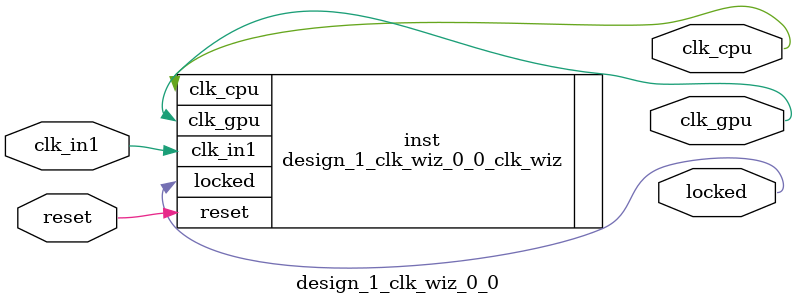
<source format=v>


`timescale 1ps/1ps

(* CORE_GENERATION_INFO = "design_1_clk_wiz_0_0,clk_wiz_v6_0_4_0_0,{component_name=design_1_clk_wiz_0_0,use_phase_alignment=true,use_min_o_jitter=false,use_max_i_jitter=false,use_dyn_phase_shift=false,use_inclk_switchover=false,use_dyn_reconfig=false,enable_axi=0,feedback_source=FDBK_AUTO,PRIMITIVE=MMCM,num_out_clk=2,clkin1_period=10.000,clkin2_period=10.000,use_power_down=false,use_reset=true,use_locked=true,use_inclk_stopped=false,feedback_type=SINGLE,CLOCK_MGR_TYPE=NA,manual_override=false}" *)

module design_1_clk_wiz_0_0 
 (
  // Clock out ports
  output        clk_cpu,
  output        clk_gpu,
  // Status and control signals
  input         reset,
  output        locked,
 // Clock in ports
  input         clk_in1
 );

  design_1_clk_wiz_0_0_clk_wiz inst
  (
  // Clock out ports  
  .clk_cpu(clk_cpu),
  .clk_gpu(clk_gpu),
  // Status and control signals               
  .reset(reset), 
  .locked(locked),
 // Clock in ports
  .clk_in1(clk_in1)
  );

endmodule

</source>
